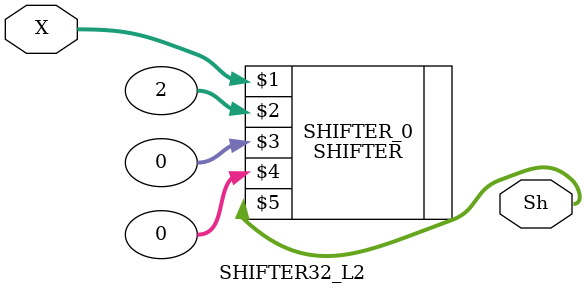
<source format=v>
`timescale 1ns / 1ps

    module SHIFTER32_L2(X,Sh);
/*×óÒÆ2Î»Ä£¿é, ÊµÏÖ¶ÔÊäÈëÊý¾ÝX×ö¹Ì¶¨×óÒÆ2Î»£¨¼´³Ë4£©ÔËËã£¬
ÓÃÓÚ¶ÔÀ©Õ¹ºóµÄÁ¢¼´Êý×óÒÆÁ½Î»*/

 input [31:0]X;
 output [31:0]Sh;
 
// µ÷ÓÃ¿ÉÈÎÒâÒÆÎ»µÄSHIFTERÄ£¿é£¬Ê¹ÆäÖ»×óÒÆ2Î» , ShÎªÒÆÎ»½á¹û¡£
 SHIFTER SHIFTER_0(X,2,0,0,Sh);  
endmodule
</source>
